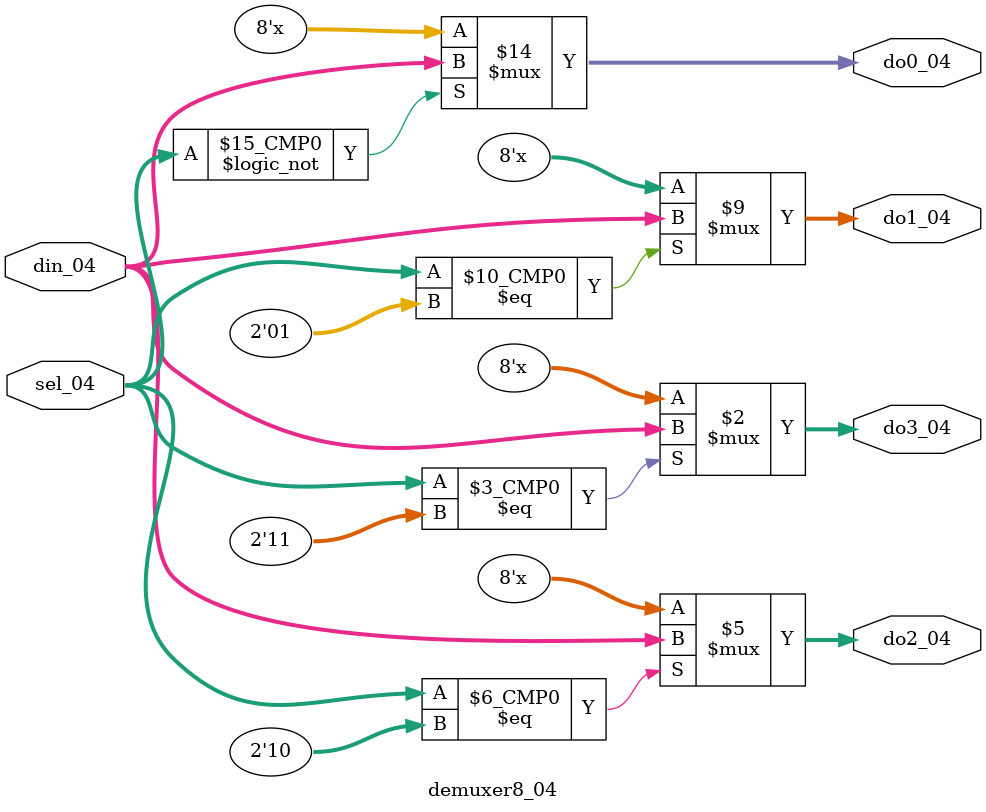
<source format=v>
module demuxer8_04(
	input [7:0] din_04,
	input [1:0] sel_04,
	output reg[7:0] do0_04, do1_04, do2_04, do3_04
	);
	
always @(*)
	begin
		case(sel_04)
		2'b00: do0_04<=din_04;
		2'b01: do1_04<=din_04;
		2'b10: do2_04<=din_04;
		2'b11: do3_04<=din_04;
		default:;
		endcase
	end
endmodule


</source>
